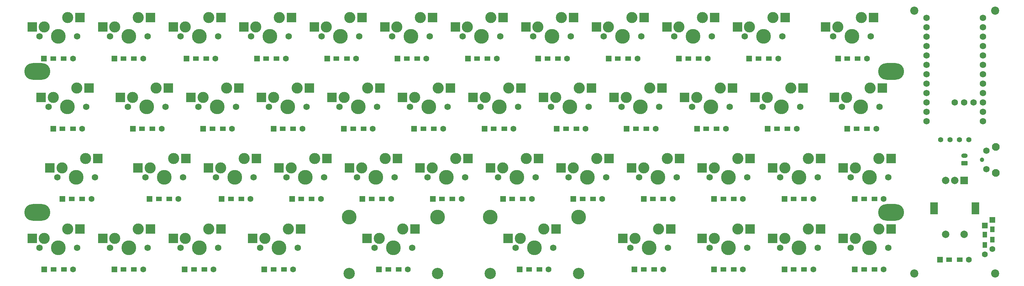
<source format=gbr>
%TF.GenerationSoftware,KiCad,Pcbnew,9.0.6*%
%TF.CreationDate,2025-12-30T17:34:46-07:00*%
%TF.ProjectId,Hotswap PCB,486f7473-7761-4702-9050-43422e6b6963,rev?*%
%TF.SameCoordinates,Original*%
%TF.FileFunction,Soldermask,Bot*%
%TF.FilePolarity,Negative*%
%FSLAX46Y46*%
G04 Gerber Fmt 4.6, Leading zero omitted, Abs format (unit mm)*
G04 Created by KiCad (PCBNEW 9.0.6) date 2025-12-30 17:34:46*
%MOMM*%
%LPD*%
G01*
G04 APERTURE LIST*
G04 Aperture macros list*
%AMRoundRect*
0 Rectangle with rounded corners*
0 $1 Rounding radius*
0 $2 $3 $4 $5 $6 $7 $8 $9 X,Y pos of 4 corners*
0 Add a 4 corners polygon primitive as box body*
4,1,4,$2,$3,$4,$5,$6,$7,$8,$9,$2,$3,0*
0 Add four circle primitives for the rounded corners*
1,1,$1+$1,$2,$3*
1,1,$1+$1,$4,$5*
1,1,$1+$1,$6,$7*
1,1,$1+$1,$8,$9*
0 Add four rect primitives between the rounded corners*
20,1,$1+$1,$2,$3,$4,$5,0*
20,1,$1+$1,$4,$5,$6,$7,0*
20,1,$1+$1,$6,$7,$8,$9,0*
20,1,$1+$1,$8,$9,$2,$3,0*%
G04 Aperture macros list end*
%ADD10R,1.600000X1.200000*%
%ADD11R,1.600000X1.600000*%
%ADD12C,1.600000*%
%ADD13C,1.397000*%
%ADD14C,1.750000*%
%ADD15C,3.000000*%
%ADD16C,3.987800*%
%ADD17R,2.550000X2.500000*%
%ADD18C,3.048000*%
%ADD19O,7.001260X4.499360*%
%ADD20C,2.200000*%
%ADD21R,1.200000X1.600000*%
%ADD22R,2.000000X2.000000*%
%ADD23C,2.000000*%
%ADD24R,2.000000X3.200000*%
%ADD25C,2.100000*%
%ADD26C,1.200000*%
%ADD27C,1.752600*%
%ADD28RoundRect,0.250000X0.625000X-0.350000X0.625000X0.350000X-0.625000X0.350000X-0.625000X-0.350000X0*%
%ADD29O,1.750000X1.200000*%
G04 APERTURE END LIST*
D10*
%TO.C,D6*%
X118600000Y-75500000D03*
D11*
X116100000Y-75500000D03*
D12*
X123900000Y-75500000D03*
D10*
X121400000Y-75500000D03*
%TD*%
D13*
%TO.C,J1*%
X262802500Y-97500000D03*
X265342500Y-97500000D03*
X267882500Y-97500000D03*
X270422500Y-97500000D03*
%TD*%
D14*
%TO.C,K9*%
X171820000Y-69500000D03*
D15*
X173090000Y-66960000D03*
D16*
X176900000Y-69500000D03*
D15*
X179440000Y-64420000D03*
D14*
X181980000Y-69500000D03*
D17*
X169815000Y-66960000D03*
X182742000Y-64420000D03*
%TD*%
D10*
%TO.C,D39*%
X61100000Y-132500000D03*
D11*
X58600000Y-132500000D03*
D12*
X66400000Y-132500000D03*
D10*
X63900000Y-132500000D03*
%TD*%
%TO.C,D9*%
X175600000Y-75500000D03*
D11*
X173100000Y-75500000D03*
D12*
X180900000Y-75500000D03*
D10*
X178400000Y-75500000D03*
%TD*%
%TO.C,D35*%
X223100000Y-113500000D03*
D11*
X220600000Y-113500000D03*
D12*
X228400000Y-113500000D03*
D10*
X225900000Y-113500000D03*
%TD*%
%TO.C,D20*%
X161600000Y-94500000D03*
D11*
X159100000Y-94500000D03*
D12*
X166900000Y-94500000D03*
D10*
X164400000Y-94500000D03*
%TD*%
%TO.C,D1*%
X23100000Y-75500000D03*
D11*
X20600000Y-75500000D03*
D12*
X28400000Y-75500000D03*
D10*
X25900000Y-75500000D03*
%TD*%
D14*
%TO.C,K29*%
X105145000Y-107600000D03*
D15*
X106415000Y-105060000D03*
D16*
X110225000Y-107600000D03*
D15*
X112765000Y-102520000D03*
D14*
X115305000Y-107600000D03*
D17*
X103140000Y-105060000D03*
X116067000Y-102520000D03*
%TD*%
D14*
%TO.C,K38*%
X38470000Y-126650000D03*
D15*
X39740000Y-124110000D03*
D16*
X43550000Y-126650000D03*
D15*
X46090000Y-121570000D03*
D14*
X48630000Y-126650000D03*
D17*
X36465000Y-124110000D03*
X49392000Y-121570000D03*
%TD*%
D16*
%TO.C,K42*%
X141137000Y-118395000D03*
D18*
X141137000Y-133635000D03*
D14*
X147995000Y-126650000D03*
D15*
X149265000Y-124110000D03*
D16*
X153075000Y-126650000D03*
D15*
X155615000Y-121570000D03*
D14*
X158155000Y-126650000D03*
D16*
X165013000Y-118395000D03*
D18*
X165013000Y-133635000D03*
D17*
X145990000Y-124110000D03*
X158917000Y-121570000D03*
%TD*%
D14*
%TO.C,K10*%
X190870000Y-69500000D03*
D15*
X192140000Y-66960000D03*
D16*
X195950000Y-69500000D03*
D15*
X198490000Y-64420000D03*
D14*
X201030000Y-69500000D03*
D17*
X188865000Y-66960000D03*
X201792000Y-64420000D03*
%TD*%
D19*
%TO.C,Mnt*%
X249400000Y-117100000D03*
%TD*%
D10*
%TO.C,D31*%
X147100000Y-113500000D03*
D11*
X144600000Y-113500000D03*
D12*
X152400000Y-113500000D03*
D10*
X149900000Y-113500000D03*
%TD*%
%TO.C,D27*%
X71100000Y-113500000D03*
D11*
X68600000Y-113500000D03*
D12*
X76400000Y-113500000D03*
D10*
X73900000Y-113500000D03*
%TD*%
%TO.C,D10*%
X194600000Y-75500000D03*
D11*
X192100000Y-75500000D03*
D12*
X199900000Y-75500000D03*
D10*
X197400000Y-75500000D03*
%TD*%
%TO.C,D11*%
X213600000Y-75500000D03*
D11*
X211100000Y-75500000D03*
D12*
X218900000Y-75500000D03*
D10*
X216400000Y-75500000D03*
%TD*%
D20*
%TO.C,Acryl Mount*%
X255725000Y-133600000D03*
%TD*%
D14*
%TO.C,K43*%
X178945000Y-126650000D03*
D15*
X180215000Y-124110000D03*
D16*
X184025000Y-126650000D03*
D15*
X186565000Y-121570000D03*
D14*
X189105000Y-126650000D03*
D17*
X176940000Y-124110000D03*
X189867000Y-121570000D03*
%TD*%
D10*
%TO.C,D41*%
X113600000Y-132500000D03*
D11*
X111100000Y-132500000D03*
D12*
X118900000Y-132500000D03*
D10*
X116400000Y-132500000D03*
%TD*%
%TO.C,D34*%
X204100000Y-113500000D03*
D11*
X201600000Y-113500000D03*
D12*
X209400000Y-113500000D03*
D10*
X206900000Y-113500000D03*
%TD*%
%TO.C,D24*%
X240100000Y-94500000D03*
D11*
X237600000Y-94500000D03*
D12*
X245400000Y-94500000D03*
D10*
X242900000Y-94500000D03*
%TD*%
D21*
%TO.C,D48*%
X274770000Y-123140000D03*
D11*
X274770000Y-120640000D03*
D12*
X274770000Y-128440000D03*
D21*
X274770000Y-125940000D03*
%TD*%
D14*
%TO.C,K28*%
X86095000Y-107600000D03*
D15*
X87365000Y-105060000D03*
D16*
X91175000Y-107600000D03*
D15*
X93715000Y-102520000D03*
D14*
X96255000Y-107600000D03*
D17*
X84090000Y-105060000D03*
X97017000Y-102520000D03*
%TD*%
D14*
%TO.C,K31*%
X143245000Y-107600000D03*
D15*
X144515000Y-105060000D03*
D16*
X148325000Y-107600000D03*
D15*
X150865000Y-102520000D03*
D14*
X153405000Y-107600000D03*
D17*
X141240000Y-105060000D03*
X154167000Y-102520000D03*
%TD*%
D10*
%TO.C,D29*%
X109100000Y-113500000D03*
D11*
X106600000Y-113500000D03*
D12*
X114400000Y-113500000D03*
D10*
X111900000Y-113500000D03*
%TD*%
D14*
%TO.C,K19*%
X138470000Y-88550000D03*
D15*
X139740000Y-86010000D03*
D16*
X143550000Y-88550000D03*
D15*
X146090000Y-83470000D03*
D14*
X148630000Y-88550000D03*
D17*
X136465000Y-86010000D03*
X149392000Y-83470000D03*
%TD*%
D10*
%TO.C,D44*%
X204100000Y-132500000D03*
D11*
X201600000Y-132500000D03*
D12*
X209400000Y-132500000D03*
D10*
X206900000Y-132500000D03*
%TD*%
D14*
%TO.C,K2*%
X38470000Y-69500000D03*
D15*
X39740000Y-66960000D03*
D16*
X43550000Y-69500000D03*
D15*
X46090000Y-64420000D03*
D14*
X48630000Y-69500000D03*
D17*
X36465000Y-66960000D03*
X49392000Y-64420000D03*
%TD*%
D14*
%TO.C,K39*%
X57520000Y-126650000D03*
D15*
X58790000Y-124110000D03*
D16*
X62600000Y-126650000D03*
D15*
X65140000Y-121570000D03*
D14*
X67680000Y-126650000D03*
D17*
X55515000Y-124110000D03*
X68442000Y-121570000D03*
%TD*%
D14*
%TO.C,K37*%
X19420000Y-126675000D03*
D15*
X20690000Y-124135000D03*
D16*
X24500000Y-126675000D03*
D15*
X27040000Y-121595000D03*
D14*
X29580000Y-126675000D03*
D17*
X17415000Y-124135000D03*
X30342000Y-121595000D03*
%TD*%
D10*
%TO.C,D19*%
X142100000Y-94500000D03*
D11*
X139600000Y-94500000D03*
D12*
X147400000Y-94500000D03*
D10*
X144900000Y-94500000D03*
%TD*%
%TO.C,D8*%
X156600000Y-75500000D03*
D11*
X154100000Y-75500000D03*
D12*
X161900000Y-75500000D03*
D10*
X159400000Y-75500000D03*
%TD*%
D20*
%TO.C,Acryl Mount*%
X277500000Y-133600000D03*
%TD*%
D14*
%TO.C,K46*%
X238495000Y-126650000D03*
D15*
X239765000Y-124110000D03*
D16*
X243575000Y-126650000D03*
D15*
X246115000Y-121570000D03*
D14*
X248655000Y-126650000D03*
D17*
X236490000Y-124110000D03*
X249417000Y-121570000D03*
%TD*%
D14*
%TO.C,K22*%
X195620000Y-88550000D03*
D15*
X196890000Y-86010000D03*
D16*
X200700000Y-88550000D03*
D15*
X203240000Y-83470000D03*
D14*
X205780000Y-88550000D03*
D17*
X193615000Y-86010000D03*
X206542000Y-83470000D03*
%TD*%
D10*
%TO.C,D14*%
X47100000Y-94500000D03*
D11*
X44600000Y-94500000D03*
D12*
X52400000Y-94500000D03*
D10*
X49900000Y-94500000D03*
%TD*%
%TO.C,D22*%
X199500000Y-94500000D03*
D11*
X197000000Y-94500000D03*
D12*
X204800000Y-94500000D03*
D10*
X202300000Y-94500000D03*
%TD*%
%TO.C,D4*%
X80600000Y-75500000D03*
D11*
X78100000Y-75500000D03*
D12*
X85900000Y-75500000D03*
D10*
X83400000Y-75500000D03*
%TD*%
D22*
%TO.C,SW1*%
X269112500Y-108500000D03*
D23*
X264112500Y-108500000D03*
X266612500Y-108500000D03*
D24*
X272212500Y-116000000D03*
X261012500Y-116000000D03*
D23*
X264112500Y-123000000D03*
X269112500Y-123000000D03*
%TD*%
D14*
%TO.C,K14*%
X43245000Y-88550000D03*
D15*
X44515000Y-86010000D03*
D16*
X48325000Y-88550000D03*
D15*
X50865000Y-83470000D03*
D14*
X53405000Y-88550000D03*
D17*
X41240000Y-86010000D03*
X54167000Y-83470000D03*
%TD*%
D14*
%TO.C,K1*%
X19420000Y-69500000D03*
D15*
X20690000Y-66960000D03*
D16*
X24500000Y-69500000D03*
D15*
X27040000Y-64420000D03*
D14*
X29580000Y-69500000D03*
D17*
X17415000Y-66960000D03*
X30342000Y-64420000D03*
%TD*%
D14*
%TO.C,K15*%
X62270000Y-88550000D03*
D15*
X63540000Y-86010000D03*
D16*
X67350000Y-88550000D03*
D15*
X69890000Y-83470000D03*
D14*
X72430000Y-88550000D03*
D17*
X60265000Y-86010000D03*
X73192000Y-83470000D03*
%TD*%
D14*
%TO.C,K36*%
X238495000Y-107600000D03*
D15*
X239765000Y-105060000D03*
D16*
X243575000Y-107600000D03*
D15*
X246115000Y-102520000D03*
D14*
X248655000Y-107600000D03*
D17*
X236490000Y-105060000D03*
X249417000Y-102520000D03*
%TD*%
D14*
%TO.C,K12*%
X233720000Y-69500000D03*
D15*
X234990000Y-66960000D03*
D16*
X238800000Y-69500000D03*
D15*
X241340000Y-64420000D03*
D14*
X243880000Y-69500000D03*
D17*
X231715000Y-66960000D03*
X244642000Y-64420000D03*
%TD*%
D14*
%TO.C,K18*%
X119420000Y-88550000D03*
D15*
X120690000Y-86010000D03*
D16*
X124500000Y-88550000D03*
D15*
X127040000Y-83470000D03*
D14*
X129580000Y-88550000D03*
D17*
X117415000Y-86010000D03*
X130342000Y-83470000D03*
%TD*%
D14*
%TO.C,K11*%
X209920000Y-69500000D03*
D15*
X211190000Y-66960000D03*
D16*
X215000000Y-69500000D03*
D15*
X217540000Y-64420000D03*
D14*
X220080000Y-69500000D03*
D17*
X207915000Y-66960000D03*
X220842000Y-64420000D03*
%TD*%
D10*
%TO.C,D32*%
X166100000Y-113500000D03*
D11*
X163600000Y-113500000D03*
D12*
X171400000Y-113500000D03*
D10*
X168900000Y-113500000D03*
%TD*%
D21*
%TO.C,D49*%
X276780000Y-121670000D03*
D11*
X276780000Y-119170000D03*
D12*
X276780000Y-126970000D03*
D21*
X276780000Y-124470000D03*
%TD*%
D10*
%TO.C,D2*%
X42100000Y-75500000D03*
D11*
X39600000Y-75500000D03*
D12*
X47400000Y-75500000D03*
D10*
X44900000Y-75500000D03*
%TD*%
D19*
%TO.C,Mnt*%
X249400000Y-79000000D03*
%TD*%
D10*
%TO.C,D26*%
X51600000Y-113500000D03*
D11*
X49100000Y-113500000D03*
D12*
X56900000Y-113500000D03*
D10*
X54400000Y-113500000D03*
%TD*%
D14*
%TO.C,K5*%
X95620000Y-69500000D03*
D15*
X96890000Y-66960000D03*
D16*
X100700000Y-69500000D03*
D15*
X103240000Y-64420000D03*
D14*
X105780000Y-69500000D03*
D17*
X93615000Y-66960000D03*
X106542000Y-64420000D03*
%TD*%
D14*
%TO.C,K44*%
X200395000Y-126650000D03*
D15*
X201665000Y-124110000D03*
D16*
X205475000Y-126650000D03*
D15*
X208015000Y-121570000D03*
D14*
X210555000Y-126650000D03*
D17*
X198390000Y-124110000D03*
X211317000Y-121570000D03*
%TD*%
D10*
%TO.C,D25*%
X28100000Y-113500000D03*
D11*
X25600000Y-113500000D03*
D12*
X33400000Y-113500000D03*
D10*
X30900000Y-113500000D03*
%TD*%
D14*
%TO.C,K8*%
X152770000Y-69500000D03*
D15*
X154040000Y-66960000D03*
D16*
X157850000Y-69500000D03*
D15*
X160390000Y-64420000D03*
D14*
X162930000Y-69500000D03*
D17*
X150765000Y-66960000D03*
X163692000Y-64420000D03*
%TD*%
D14*
%TO.C,K30*%
X124195000Y-107600000D03*
D15*
X125465000Y-105060000D03*
D16*
X129275000Y-107600000D03*
D15*
X131815000Y-102520000D03*
D14*
X134355000Y-107600000D03*
D17*
X122190000Y-105060000D03*
X135117000Y-102520000D03*
%TD*%
D14*
%TO.C,K32*%
X162295000Y-107600000D03*
D15*
X163565000Y-105060000D03*
D16*
X167375000Y-107600000D03*
D15*
X169915000Y-102520000D03*
D14*
X172455000Y-107600000D03*
D17*
X160290000Y-105060000D03*
X173217000Y-102520000D03*
%TD*%
D14*
%TO.C,K45*%
X219445000Y-126650000D03*
D15*
X220715000Y-124110000D03*
D16*
X224525000Y-126650000D03*
D15*
X227065000Y-121570000D03*
D14*
X229605000Y-126650000D03*
D17*
X217440000Y-124110000D03*
X230367000Y-121570000D03*
%TD*%
D14*
%TO.C,K4*%
X76570000Y-69500000D03*
D15*
X77840000Y-66960000D03*
D16*
X81650000Y-69500000D03*
D15*
X84190000Y-64420000D03*
D14*
X86730000Y-69500000D03*
D17*
X74565000Y-66960000D03*
X87492000Y-64420000D03*
%TD*%
D10*
%TO.C,D5*%
X99600000Y-75500000D03*
D11*
X97100000Y-75500000D03*
D12*
X104900000Y-75500000D03*
D10*
X102400000Y-75500000D03*
%TD*%
%TO.C,D45*%
X223100000Y-132500000D03*
D11*
X220600000Y-132500000D03*
D12*
X228400000Y-132500000D03*
D10*
X225900000Y-132500000D03*
%TD*%
D14*
%TO.C,K40*%
X78945000Y-126650000D03*
D15*
X80215000Y-124110000D03*
D16*
X84025000Y-126650000D03*
D15*
X86565000Y-121570000D03*
D14*
X89105000Y-126650000D03*
D17*
X76940000Y-124110000D03*
X89867000Y-121570000D03*
%TD*%
D10*
%TO.C,D12*%
X237600000Y-75500000D03*
D11*
X235100000Y-75500000D03*
D12*
X242900000Y-75500000D03*
D10*
X240400000Y-75500000D03*
%TD*%
D14*
%TO.C,K17*%
X100370000Y-88550000D03*
D15*
X101640000Y-86010000D03*
D16*
X105450000Y-88550000D03*
D15*
X107990000Y-83470000D03*
D14*
X110530000Y-88550000D03*
D17*
X98365000Y-86010000D03*
X111292000Y-83470000D03*
%TD*%
D14*
%TO.C,K3*%
X57520000Y-69500000D03*
D15*
X58790000Y-66960000D03*
D16*
X62600000Y-69500000D03*
D15*
X65140000Y-64420000D03*
D14*
X67680000Y-69500000D03*
D17*
X55515000Y-66960000D03*
X68442000Y-64420000D03*
%TD*%
D14*
%TO.C,K21*%
X176570000Y-88550000D03*
D15*
X177840000Y-86010000D03*
D16*
X181650000Y-88550000D03*
D15*
X184190000Y-83470000D03*
D14*
X186730000Y-88550000D03*
D17*
X174565000Y-86010000D03*
X187492000Y-83470000D03*
%TD*%
D14*
%TO.C,K20*%
X157545000Y-88550000D03*
D15*
X158815000Y-86010000D03*
D16*
X162625000Y-88550000D03*
D15*
X165165000Y-83470000D03*
D14*
X167705000Y-88550000D03*
D17*
X155540000Y-86010000D03*
X168467000Y-83470000D03*
%TD*%
D14*
%TO.C,K16*%
X81345000Y-88550000D03*
D15*
X82615000Y-86010000D03*
D16*
X86425000Y-88550000D03*
D15*
X88965000Y-83470000D03*
D14*
X91505000Y-88550000D03*
D17*
X79340000Y-86010000D03*
X92267000Y-83470000D03*
%TD*%
D14*
%TO.C,K27*%
X67045000Y-107600000D03*
D15*
X68315000Y-105060000D03*
D16*
X72125000Y-107600000D03*
D15*
X74665000Y-102520000D03*
D14*
X77205000Y-107600000D03*
D17*
X65040000Y-105060000D03*
X77967000Y-102520000D03*
%TD*%
D10*
%TO.C,D33*%
X185100000Y-113500000D03*
D11*
X182600000Y-113500000D03*
D12*
X190400000Y-113500000D03*
D10*
X187900000Y-113500000D03*
%TD*%
D19*
%TO.C,Mnt*%
X18800000Y-79000000D03*
%TD*%
D14*
%TO.C,K34*%
X200395000Y-107600000D03*
D15*
X201665000Y-105060000D03*
D16*
X205475000Y-107600000D03*
D15*
X208015000Y-102520000D03*
D14*
X210555000Y-107600000D03*
D17*
X198390000Y-105060000D03*
X211317000Y-102520000D03*
%TD*%
D10*
%TO.C,D28*%
X90100000Y-113500000D03*
D11*
X87600000Y-113500000D03*
D12*
X95400000Y-113500000D03*
D10*
X92900000Y-113500000D03*
%TD*%
%TO.C,D15*%
X66100000Y-94500000D03*
D11*
X63600000Y-94500000D03*
D12*
X71400000Y-94500000D03*
D10*
X68900000Y-94500000D03*
%TD*%
D14*
%TO.C,K26*%
X47995000Y-107600000D03*
D15*
X49265000Y-105060000D03*
D16*
X53075000Y-107600000D03*
D15*
X55615000Y-102520000D03*
D14*
X58155000Y-107600000D03*
D17*
X45990000Y-105060000D03*
X58917000Y-102520000D03*
%TD*%
D20*
%TO.C,Acryl Mount*%
X255725000Y-62600000D03*
%TD*%
D10*
%TO.C,D7*%
X137600000Y-75500000D03*
D11*
X135100000Y-75500000D03*
D12*
X142900000Y-75500000D03*
D10*
X140400000Y-75500000D03*
%TD*%
%TO.C,D37*%
X23180000Y-132500000D03*
D11*
X20680000Y-132500000D03*
D12*
X28480000Y-132500000D03*
D10*
X25980000Y-132500000D03*
%TD*%
D14*
%TO.C,K7*%
X133720000Y-69500000D03*
D15*
X134990000Y-66960000D03*
D16*
X138800000Y-69500000D03*
D15*
X141340000Y-64420000D03*
D14*
X143880000Y-69500000D03*
D17*
X131715000Y-66960000D03*
X144642000Y-64420000D03*
%TD*%
D10*
%TO.C,D16*%
X85100000Y-94500000D03*
D11*
X82600000Y-94500000D03*
D12*
X90400000Y-94500000D03*
D10*
X87900000Y-94500000D03*
%TD*%
D14*
%TO.C,K33*%
X181345000Y-107600000D03*
D15*
X182615000Y-105060000D03*
D16*
X186425000Y-107600000D03*
D15*
X188965000Y-102520000D03*
D14*
X191505000Y-107600000D03*
D17*
X179340000Y-105060000D03*
X192267000Y-102520000D03*
%TD*%
D10*
%TO.C,D17*%
X104100000Y-94500000D03*
D11*
X101600000Y-94500000D03*
D12*
X109400000Y-94500000D03*
D10*
X106900000Y-94500000D03*
%TD*%
%TO.C,D38*%
X42100000Y-132500000D03*
D11*
X39600000Y-132500000D03*
D12*
X47400000Y-132500000D03*
D10*
X44900000Y-132500000D03*
%TD*%
D14*
%TO.C,K35*%
X219445000Y-107600000D03*
D15*
X220715000Y-105060000D03*
D16*
X224525000Y-107600000D03*
D15*
X227065000Y-102520000D03*
D14*
X229605000Y-107600000D03*
D17*
X217440000Y-105060000D03*
X230367000Y-102520000D03*
%TD*%
D14*
%TO.C,K24*%
X236095000Y-88550000D03*
D15*
X237365000Y-86010000D03*
D16*
X241175000Y-88550000D03*
D15*
X243715000Y-83470000D03*
D14*
X246255000Y-88550000D03*
D17*
X234090000Y-86010000D03*
X247017000Y-83470000D03*
%TD*%
D10*
%TO.C,D46*%
X242100000Y-132500000D03*
D11*
X239600000Y-132500000D03*
D12*
X247400000Y-132500000D03*
D10*
X244900000Y-132500000D03*
%TD*%
D14*
%TO.C,K6*%
X114670000Y-69500000D03*
D15*
X115940000Y-66960000D03*
D16*
X119750000Y-69500000D03*
D15*
X122290000Y-64420000D03*
D14*
X124830000Y-69500000D03*
D17*
X112665000Y-66960000D03*
X125592000Y-64420000D03*
%TD*%
D19*
%TO.C,Mnt*%
X18800000Y-117100000D03*
%TD*%
D10*
%TO.C,D23*%
X218600000Y-94500000D03*
D11*
X216100000Y-94500000D03*
D12*
X223900000Y-94500000D03*
D10*
X221400000Y-94500000D03*
%TD*%
D14*
%TO.C,K13*%
X21795000Y-88550000D03*
D15*
X23065000Y-86010000D03*
D16*
X26875000Y-88550000D03*
D15*
X29415000Y-83470000D03*
D14*
X31955000Y-88550000D03*
D17*
X19790000Y-86010000D03*
X32717000Y-83470000D03*
%TD*%
D10*
%TO.C,D43*%
X182600000Y-132500000D03*
D11*
X180100000Y-132500000D03*
D12*
X187900000Y-132500000D03*
D10*
X185400000Y-132500000D03*
%TD*%
%TO.C,D47*%
X265125000Y-129875000D03*
D11*
X262625000Y-129875000D03*
D12*
X270425000Y-129875000D03*
D10*
X267925000Y-129875000D03*
%TD*%
%TO.C,D40*%
X82600000Y-132500000D03*
D11*
X80100000Y-132500000D03*
D12*
X87900000Y-132500000D03*
D10*
X85400000Y-132500000D03*
%TD*%
%TO.C,D18*%
X123100000Y-94500000D03*
D11*
X120600000Y-94500000D03*
D12*
X128400000Y-94500000D03*
D10*
X125900000Y-94500000D03*
%TD*%
D20*
%TO.C,Acryl Mount*%
X277500000Y-62600000D03*
%TD*%
D10*
%TO.C,D13*%
X25600000Y-94500000D03*
D11*
X23100000Y-94500000D03*
D12*
X30900000Y-94500000D03*
D10*
X28400000Y-94500000D03*
%TD*%
D14*
%TO.C,K23*%
X214670000Y-88550000D03*
D15*
X215940000Y-86010000D03*
D16*
X219750000Y-88550000D03*
D15*
X222290000Y-83470000D03*
D14*
X224830000Y-88550000D03*
D17*
X212665000Y-86010000D03*
X225592000Y-83470000D03*
%TD*%
D14*
%TO.C,K25*%
X24170000Y-107600000D03*
D15*
X25440000Y-105060000D03*
D16*
X29250000Y-107600000D03*
D15*
X31790000Y-102520000D03*
D14*
X34330000Y-107600000D03*
D17*
X22165000Y-105060000D03*
X35092000Y-102520000D03*
%TD*%
D10*
%TO.C,D36*%
X242100000Y-113500000D03*
D11*
X239600000Y-113500000D03*
D12*
X247400000Y-113500000D03*
D10*
X244900000Y-113500000D03*
%TD*%
%TO.C,D30*%
X128100000Y-113500000D03*
D11*
X125600000Y-113500000D03*
D12*
X133400000Y-113500000D03*
D10*
X130900000Y-113500000D03*
%TD*%
%TO.C,D3*%
X61600000Y-75500000D03*
D11*
X59100000Y-75500000D03*
D12*
X66900000Y-75500000D03*
D10*
X64400000Y-75500000D03*
%TD*%
%TO.C,D21*%
X180500000Y-94500000D03*
D11*
X178000000Y-94500000D03*
D12*
X185800000Y-94500000D03*
D10*
X183300000Y-94500000D03*
%TD*%
D16*
%TO.C,K41*%
X103037000Y-118395000D03*
D18*
X103037000Y-133635000D03*
D14*
X109895000Y-126650000D03*
D15*
X111165000Y-124110000D03*
D16*
X114975000Y-126650000D03*
D15*
X117515000Y-121570000D03*
D14*
X120055000Y-126650000D03*
D16*
X126913000Y-118395000D03*
D18*
X126913000Y-133635000D03*
D17*
X107890000Y-124110000D03*
X120817000Y-121570000D03*
%TD*%
D10*
%TO.C,D42*%
X151600000Y-132500000D03*
D11*
X149100000Y-132500000D03*
D12*
X156900000Y-132500000D03*
D10*
X154400000Y-132500000D03*
%TD*%
D25*
%TO.C,SW2*%
X277677500Y-106400000D03*
D26*
X273977500Y-102900000D03*
D25*
X277677500Y-99390000D03*
D14*
X275187500Y-105400000D03*
X275187500Y-100400000D03*
%TD*%
D27*
%TO.C,U2*%
X274232500Y-64530000D03*
X274232500Y-67070000D03*
X274232500Y-69610000D03*
X274232500Y-72150000D03*
X274232500Y-74690000D03*
X274232500Y-77230000D03*
X274232500Y-79770000D03*
X274232500Y-82310000D03*
X274232500Y-84850000D03*
X274232500Y-87390000D03*
X274232500Y-89930000D03*
X274232500Y-92470000D03*
X258992500Y-92470000D03*
X258992500Y-89930000D03*
X258992500Y-87390000D03*
X258992500Y-84850000D03*
X258992500Y-82310000D03*
X258992500Y-79770000D03*
X258992500Y-77230000D03*
X258992500Y-74690000D03*
X258992500Y-72150000D03*
X258992500Y-69610000D03*
X258992500Y-67070000D03*
X258992500Y-64530000D03*
X271692500Y-87390000D03*
X269152500Y-87390000D03*
X266612500Y-87390000D03*
%TD*%
D28*
%TO.C,J2*%
X269200000Y-103800000D03*
D29*
X269200000Y-101800000D03*
%TD*%
M02*

</source>
